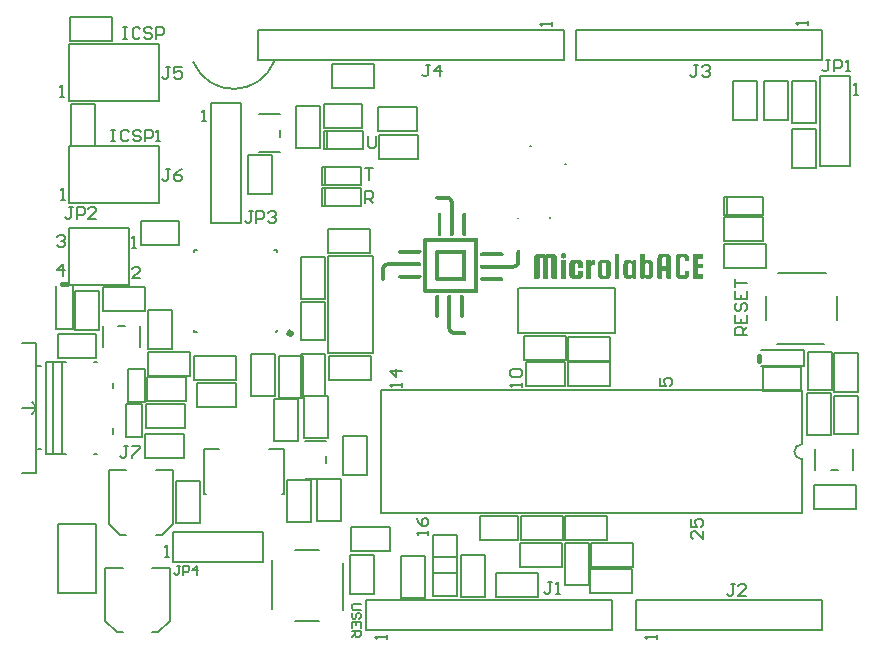
<source format=gto>
G04*
G04 #@! TF.GenerationSoftware,Altium Limited,Altium Designer,18.1.9 (240)*
G04*
G04 Layer_Color=65535*
%FSLAX44Y44*%
%MOMM*%
G71*
G01*
G75*
%ADD10C,0.2000*%
%ADD11C,0.5000*%
%ADD12C,0.4000*%
%ADD13C,0.1700*%
G36*
X349339Y365242D02*
Y364391D01*
Y363540D01*
Y362690D01*
Y361839D01*
Y360988D01*
Y360137D01*
Y359286D01*
Y358436D01*
Y357585D01*
Y356734D01*
Y355883D01*
Y355032D01*
Y354182D01*
Y353331D01*
Y352480D01*
Y351629D01*
Y350778D01*
Y349927D01*
Y349077D01*
Y348226D01*
Y347375D01*
Y346524D01*
X346786D01*
Y347375D01*
X345936D01*
Y348226D01*
Y349077D01*
Y349927D01*
Y350778D01*
Y351629D01*
Y352480D01*
Y353331D01*
Y354182D01*
Y355032D01*
Y355883D01*
Y356734D01*
Y357585D01*
Y358436D01*
Y359286D01*
Y360137D01*
Y360988D01*
Y361839D01*
Y362690D01*
Y363540D01*
Y364391D01*
Y365242D01*
X346786D01*
Y366093D01*
X349339D01*
Y365242D01*
D02*
G37*
G36*
X335726Y379706D02*
X336577D01*
Y378855D01*
X337427D01*
Y378004D01*
X338278D01*
Y377153D01*
Y376302D01*
X339129D01*
Y375452D01*
Y374601D01*
Y373750D01*
Y372899D01*
Y372048D01*
Y371198D01*
Y370347D01*
Y369496D01*
Y368645D01*
Y367794D01*
Y366944D01*
Y366093D01*
Y365242D01*
Y364391D01*
Y363540D01*
Y362690D01*
Y361839D01*
Y360988D01*
Y360137D01*
Y359286D01*
Y358436D01*
Y357585D01*
Y356734D01*
Y355883D01*
Y355032D01*
Y354182D01*
Y353331D01*
Y352480D01*
Y351629D01*
Y350778D01*
Y349927D01*
Y349077D01*
Y348226D01*
Y347375D01*
X338278D01*
Y346524D01*
X335726D01*
Y347375D01*
Y348226D01*
Y349077D01*
Y349927D01*
Y350778D01*
Y351629D01*
Y352480D01*
Y353331D01*
Y354182D01*
Y355032D01*
Y355883D01*
Y356734D01*
Y357585D01*
Y358436D01*
Y359286D01*
Y360137D01*
Y360988D01*
Y361839D01*
Y362690D01*
Y363540D01*
Y364391D01*
Y365242D01*
Y366093D01*
Y366944D01*
Y367794D01*
Y368645D01*
Y369496D01*
Y370347D01*
Y371198D01*
Y372048D01*
Y372899D01*
Y373750D01*
Y374601D01*
Y375452D01*
X334875D01*
Y376302D01*
Y377153D01*
X324665D01*
Y378004D01*
X322964D01*
Y378855D01*
Y379706D01*
X323815D01*
Y380556D01*
X335726D01*
Y379706D01*
D02*
G37*
G36*
X328069Y365242D02*
Y364391D01*
Y363540D01*
Y362690D01*
Y361839D01*
Y360988D01*
Y360137D01*
Y359286D01*
Y358436D01*
Y357585D01*
Y356734D01*
Y355883D01*
Y355032D01*
Y354182D01*
Y353331D01*
Y352480D01*
Y351629D01*
Y350778D01*
Y349927D01*
Y349077D01*
Y348226D01*
Y347375D01*
Y346524D01*
X325516D01*
Y347375D01*
Y348226D01*
Y349077D01*
Y349927D01*
Y350778D01*
Y351629D01*
Y352480D01*
Y353331D01*
Y354182D01*
Y355032D01*
Y355883D01*
Y356734D01*
Y357585D01*
Y358436D01*
Y359286D01*
Y360137D01*
Y360988D01*
Y361839D01*
Y362690D01*
Y363540D01*
Y364391D01*
Y365242D01*
Y366093D01*
X328069D01*
Y365242D01*
D02*
G37*
G36*
X311052Y333762D02*
X311903D01*
Y332911D01*
X311052D01*
Y332061D01*
X310201D01*
Y331210D01*
X292335D01*
Y332061D01*
X291484D01*
Y332911D01*
Y333762D01*
X292335D01*
Y334613D01*
X311052D01*
Y333762D01*
D02*
G37*
G36*
X424210Y330359D02*
X425061D01*
Y329508D01*
X425911D01*
Y328657D01*
Y327807D01*
Y326956D01*
Y326105D01*
Y325254D01*
Y324403D01*
Y323552D01*
Y322702D01*
Y321851D01*
Y321000D01*
Y320149D01*
Y319298D01*
Y318448D01*
Y317597D01*
Y316746D01*
Y315895D01*
Y315044D01*
Y314193D01*
Y313343D01*
Y312492D01*
Y311641D01*
Y310790D01*
Y309939D01*
X421657D01*
Y310790D01*
X420807D01*
Y311641D01*
Y312492D01*
Y313343D01*
Y314193D01*
Y315044D01*
Y315895D01*
Y316746D01*
Y317597D01*
Y318448D01*
Y319298D01*
Y320149D01*
Y321000D01*
Y321851D01*
Y322702D01*
Y323552D01*
Y324403D01*
Y325254D01*
Y326105D01*
Y326956D01*
Y327807D01*
X418254D01*
Y326956D01*
Y326105D01*
Y325254D01*
Y324403D01*
Y323552D01*
Y322702D01*
Y321851D01*
Y321000D01*
Y320149D01*
Y319298D01*
Y318448D01*
Y317597D01*
Y316746D01*
Y315895D01*
Y315044D01*
Y314193D01*
Y313343D01*
Y312492D01*
Y311641D01*
Y310790D01*
Y309939D01*
X414000D01*
Y310790D01*
Y311641D01*
Y312492D01*
Y313343D01*
Y314193D01*
Y315044D01*
Y315895D01*
Y316746D01*
Y317597D01*
Y318448D01*
Y319298D01*
Y320149D01*
Y321000D01*
Y321851D01*
Y322702D01*
Y323552D01*
Y324403D01*
Y325254D01*
Y326105D01*
Y326956D01*
Y327807D01*
X411448D01*
Y326956D01*
Y326105D01*
Y325254D01*
Y324403D01*
Y323552D01*
Y322702D01*
Y321851D01*
Y321000D01*
Y320149D01*
Y319298D01*
Y318448D01*
Y317597D01*
Y316746D01*
Y315895D01*
Y315044D01*
Y314193D01*
Y313343D01*
Y312492D01*
Y311641D01*
Y310790D01*
X410597D01*
Y309939D01*
X406343D01*
Y310790D01*
Y311641D01*
Y312492D01*
Y313343D01*
Y314193D01*
Y315044D01*
Y315895D01*
Y316746D01*
Y317597D01*
Y318448D01*
Y319298D01*
Y320149D01*
Y321000D01*
Y321851D01*
Y322702D01*
Y323552D01*
Y324403D01*
Y325254D01*
Y326105D01*
Y326956D01*
Y327807D01*
Y328657D01*
Y329508D01*
X407194D01*
Y330359D01*
X408044D01*
Y331210D01*
X415702D01*
Y330359D01*
X416553D01*
Y331210D01*
X424210D01*
Y330359D01*
D02*
G37*
G36*
X379968Y332061D02*
X380819D01*
Y331210D01*
X381669D01*
Y330359D01*
X380819D01*
Y329508D01*
X361250D01*
Y330359D01*
Y331210D01*
Y332061D01*
X362952D01*
Y332911D01*
X379968D01*
Y332061D01*
D02*
G37*
G36*
X432718Y331210D02*
X433569D01*
Y330359D01*
Y329508D01*
Y328657D01*
Y327807D01*
X431867D01*
Y326956D01*
X431016D01*
Y327807D01*
X429315D01*
Y328657D01*
Y329508D01*
Y330359D01*
Y331210D01*
X430165D01*
Y332061D01*
X432718D01*
Y331210D01*
D02*
G37*
G36*
X536516Y330359D02*
X537367D01*
Y329508D01*
X538218D01*
Y328657D01*
Y327807D01*
Y326956D01*
Y326105D01*
Y325254D01*
X534815D01*
Y326105D01*
Y326956D01*
Y327807D01*
X533964D01*
Y328657D01*
X531412D01*
Y327807D01*
X530561D01*
Y326956D01*
Y326105D01*
Y325254D01*
Y324403D01*
Y323552D01*
Y322702D01*
Y321851D01*
Y321000D01*
Y320149D01*
Y319298D01*
Y318448D01*
Y317597D01*
Y316746D01*
Y315895D01*
Y315044D01*
Y314193D01*
Y313343D01*
X534815D01*
Y314193D01*
Y315044D01*
Y315895D01*
Y316746D01*
X538218D01*
Y315895D01*
Y315044D01*
Y314193D01*
Y313343D01*
Y312492D01*
Y311641D01*
X537367D01*
Y310790D01*
X536516D01*
Y309939D01*
X528859D01*
Y310790D01*
X528008D01*
Y311641D01*
X527158D01*
Y312492D01*
Y313343D01*
Y314193D01*
Y315044D01*
Y315895D01*
Y316746D01*
Y317597D01*
Y318448D01*
Y319298D01*
Y320149D01*
Y321000D01*
Y321851D01*
Y322702D01*
Y323552D01*
Y324403D01*
Y325254D01*
Y326105D01*
Y326956D01*
Y327807D01*
Y328657D01*
Y329508D01*
Y330359D01*
X528008D01*
Y331210D01*
X536516D01*
Y330359D01*
D02*
G37*
G36*
X493125Y325254D02*
Y324403D01*
Y323552D01*
Y322702D01*
Y321851D01*
Y321000D01*
Y320149D01*
Y319298D01*
Y318448D01*
Y317597D01*
Y316746D01*
Y315895D01*
Y315044D01*
Y314193D01*
Y313343D01*
Y312492D01*
Y311641D01*
Y310790D01*
Y309939D01*
X490573D01*
Y310790D01*
X488871D01*
Y309939D01*
X484617D01*
Y310790D01*
X482915D01*
Y311641D01*
Y312492D01*
Y313343D01*
X482065D01*
Y314193D01*
Y315044D01*
Y315895D01*
Y316746D01*
Y317597D01*
Y318448D01*
Y319298D01*
Y320149D01*
Y321000D01*
Y321851D01*
Y322702D01*
X482915D01*
Y323552D01*
Y324403D01*
Y325254D01*
X483766D01*
Y326105D01*
X488871D01*
Y325254D01*
X490573D01*
Y326105D01*
X493125D01*
Y325254D01*
D02*
G37*
G36*
X458242D02*
Y324403D01*
Y323552D01*
Y322702D01*
Y321851D01*
X455690D01*
Y321000D01*
X454839D01*
Y320149D01*
Y319298D01*
Y318448D01*
Y317597D01*
Y316746D01*
Y315895D01*
Y315044D01*
Y314193D01*
Y313343D01*
Y312492D01*
Y311641D01*
Y310790D01*
Y309939D01*
X450585D01*
Y310790D01*
Y311641D01*
Y312492D01*
Y313343D01*
Y314193D01*
Y315044D01*
Y315895D01*
Y316746D01*
Y317597D01*
Y318448D01*
Y319298D01*
Y320149D01*
Y321000D01*
Y321851D01*
Y322702D01*
Y323552D01*
Y324403D01*
Y325254D01*
Y326105D01*
X454839D01*
Y325254D01*
X455690D01*
Y326105D01*
X458242D01*
Y325254D01*
D02*
G37*
G36*
X446331D02*
X447182D01*
Y324403D01*
X448032D01*
Y323552D01*
Y322702D01*
Y321851D01*
Y321000D01*
Y320149D01*
Y319298D01*
X443778D01*
Y320149D01*
Y321000D01*
Y321851D01*
Y322702D01*
X442928D01*
Y323552D01*
X442077D01*
Y322702D01*
X441226D01*
Y321851D01*
Y321000D01*
Y320149D01*
Y319298D01*
Y318448D01*
Y317597D01*
Y316746D01*
Y315895D01*
Y315044D01*
Y314193D01*
Y313343D01*
X443778D01*
Y314193D01*
Y315044D01*
Y315895D01*
Y316746D01*
X448032D01*
Y315895D01*
Y315044D01*
Y314193D01*
Y313343D01*
Y312492D01*
Y311641D01*
X447182D01*
Y310790D01*
X446331D01*
Y309939D01*
X438674D01*
Y310790D01*
X436972D01*
Y311641D01*
Y312492D01*
X436121D01*
Y313343D01*
Y314193D01*
Y315044D01*
Y315895D01*
Y316746D01*
Y317597D01*
Y318448D01*
Y319298D01*
Y320149D01*
Y321000D01*
Y321851D01*
Y322702D01*
Y323552D01*
X436972D01*
Y324403D01*
Y325254D01*
X437823D01*
Y326105D01*
X446331D01*
Y325254D01*
D02*
G37*
G36*
X395282Y333762D02*
Y332911D01*
Y332061D01*
Y331210D01*
Y330359D01*
Y329508D01*
Y328657D01*
Y327807D01*
Y326956D01*
Y326105D01*
Y325254D01*
Y324403D01*
Y323552D01*
Y322702D01*
Y321851D01*
X394431D01*
Y321000D01*
X393581D01*
Y320149D01*
X392730D01*
Y319298D01*
X390177D01*
Y318448D01*
X362101D01*
Y319298D01*
X361250D01*
Y320149D01*
Y321000D01*
Y321851D01*
X390177D01*
Y322702D01*
X391879D01*
Y323552D01*
Y324403D01*
Y325254D01*
Y326105D01*
Y326956D01*
Y327807D01*
Y328657D01*
Y329508D01*
Y330359D01*
Y331210D01*
Y332061D01*
Y332911D01*
X392730D01*
Y333762D01*
Y334613D01*
X395282D01*
Y333762D01*
D02*
G37*
G36*
X550129Y330359D02*
Y329508D01*
Y328657D01*
Y327807D01*
Y326956D01*
X545875D01*
Y326105D01*
Y325254D01*
Y324403D01*
Y323552D01*
Y322702D01*
X550129D01*
Y321851D01*
Y321000D01*
Y320149D01*
Y319298D01*
X545875D01*
Y318448D01*
Y317597D01*
Y316746D01*
Y315895D01*
Y315044D01*
Y314193D01*
X550129D01*
Y313343D01*
Y312492D01*
Y311641D01*
Y310790D01*
Y309939D01*
X541621D01*
Y310790D01*
Y311641D01*
Y312492D01*
Y313343D01*
Y314193D01*
Y315044D01*
Y315895D01*
Y316746D01*
Y317597D01*
Y318448D01*
Y319298D01*
Y320149D01*
Y321000D01*
Y321851D01*
Y322702D01*
Y323552D01*
Y324403D01*
Y325254D01*
Y326105D01*
Y326956D01*
Y327807D01*
Y328657D01*
Y329508D01*
Y330359D01*
Y331210D01*
X550129D01*
Y330359D01*
D02*
G37*
G36*
X521202D02*
X522053D01*
Y329508D01*
X522903D01*
Y328657D01*
Y327807D01*
Y326956D01*
Y326105D01*
Y325254D01*
Y324403D01*
Y323552D01*
Y322702D01*
Y321851D01*
Y321000D01*
Y320149D01*
Y319298D01*
Y318448D01*
Y317597D01*
Y316746D01*
Y315895D01*
Y315044D01*
Y314193D01*
Y313343D01*
Y312492D01*
Y311641D01*
Y310790D01*
Y309939D01*
X519500D01*
Y310790D01*
X518649D01*
Y311641D01*
Y312492D01*
Y313343D01*
Y314193D01*
Y315044D01*
Y315895D01*
Y316746D01*
X515246D01*
Y315895D01*
Y315044D01*
Y314193D01*
Y313343D01*
Y312492D01*
Y311641D01*
Y310790D01*
Y309939D01*
X511843D01*
Y310790D01*
X510992D01*
Y311641D01*
Y312492D01*
Y313343D01*
Y314193D01*
Y315044D01*
Y315895D01*
Y316746D01*
Y317597D01*
Y318448D01*
Y319298D01*
Y320149D01*
Y321000D01*
Y321851D01*
Y322702D01*
Y323552D01*
Y324403D01*
Y325254D01*
Y326105D01*
Y326956D01*
Y327807D01*
X511843D01*
Y328657D01*
Y329508D01*
Y330359D01*
X512694D01*
Y331210D01*
X521202D01*
Y330359D01*
D02*
G37*
G36*
X500782D02*
Y329508D01*
Y328657D01*
Y327807D01*
Y326956D01*
Y326105D01*
X505887D01*
Y325254D01*
X506738D01*
Y324403D01*
X507589D01*
Y323552D01*
Y322702D01*
Y321851D01*
Y321000D01*
Y320149D01*
Y319298D01*
Y318448D01*
Y317597D01*
Y316746D01*
Y315895D01*
Y315044D01*
Y314193D01*
Y313343D01*
Y312492D01*
Y311641D01*
X506738D01*
Y310790D01*
X505887D01*
Y309939D01*
X501633D01*
Y310790D01*
X499932D01*
Y309939D01*
X497379D01*
Y310790D01*
X496528D01*
Y311641D01*
Y312492D01*
Y313343D01*
Y314193D01*
Y315044D01*
Y315895D01*
Y316746D01*
Y317597D01*
Y318448D01*
Y319298D01*
Y320149D01*
Y321000D01*
Y321851D01*
Y322702D01*
Y323552D01*
Y324403D01*
Y325254D01*
Y326105D01*
Y326956D01*
Y327807D01*
Y328657D01*
Y329508D01*
Y330359D01*
Y331210D01*
X500782D01*
Y330359D01*
D02*
G37*
G36*
X478661D02*
Y329508D01*
Y328657D01*
Y327807D01*
Y326956D01*
Y326105D01*
Y325254D01*
Y324403D01*
Y323552D01*
Y322702D01*
Y321851D01*
Y321000D01*
Y320149D01*
Y319298D01*
Y318448D01*
Y317597D01*
Y316746D01*
Y315895D01*
Y315044D01*
Y314193D01*
Y313343D01*
Y312492D01*
Y311641D01*
Y310790D01*
Y309939D01*
X475258D01*
Y310790D01*
Y311641D01*
Y312492D01*
Y313343D01*
Y314193D01*
Y315044D01*
Y315895D01*
Y316746D01*
Y317597D01*
Y318448D01*
Y319298D01*
Y320149D01*
Y321000D01*
Y321851D01*
Y322702D01*
Y323552D01*
Y324403D01*
Y325254D01*
Y326105D01*
Y326956D01*
Y327807D01*
Y328657D01*
Y329508D01*
Y330359D01*
Y331210D01*
X478661D01*
Y330359D01*
D02*
G37*
G36*
X470153Y325254D02*
X471004D01*
Y324403D01*
X471855D01*
Y323552D01*
Y322702D01*
Y321851D01*
Y321000D01*
Y320149D01*
Y319298D01*
Y318448D01*
Y317597D01*
Y316746D01*
Y315895D01*
Y315044D01*
Y314193D01*
Y313343D01*
Y312492D01*
X471004D01*
Y311641D01*
Y310790D01*
X470153D01*
Y309939D01*
X462496D01*
Y310790D01*
X461645D01*
Y311641D01*
X460794D01*
Y312492D01*
Y313343D01*
Y314193D01*
Y315044D01*
Y315895D01*
Y316746D01*
Y317597D01*
Y318448D01*
Y319298D01*
Y320149D01*
Y321000D01*
Y321851D01*
Y322702D01*
Y323552D01*
Y324403D01*
X461645D01*
Y325254D01*
X462496D01*
Y326105D01*
X470153D01*
Y325254D01*
D02*
G37*
G36*
X433569D02*
Y324403D01*
Y323552D01*
Y322702D01*
Y321851D01*
Y321000D01*
Y320149D01*
Y319298D01*
Y318448D01*
Y317597D01*
Y316746D01*
Y315895D01*
Y315044D01*
Y314193D01*
Y313343D01*
Y312492D01*
Y311641D01*
Y310790D01*
Y309939D01*
X429315D01*
Y310790D01*
Y311641D01*
Y312492D01*
Y313343D01*
Y314193D01*
Y315044D01*
Y315895D01*
Y316746D01*
Y317597D01*
Y318448D01*
Y319298D01*
Y320149D01*
Y321000D01*
Y321851D01*
Y322702D01*
Y323552D01*
Y324403D01*
Y325254D01*
Y326105D01*
X433569D01*
Y325254D01*
D02*
G37*
G36*
X311052Y312492D02*
X311903D01*
Y311641D01*
X311052D01*
Y310790D01*
X310201D01*
Y309939D01*
X293185D01*
Y310790D01*
X291484D01*
Y311641D01*
Y312492D01*
X292335D01*
Y313343D01*
X311052D01*
Y312492D01*
D02*
G37*
G36*
X379968Y310790D02*
X380819D01*
Y309939D01*
Y309089D01*
Y308238D01*
X362101D01*
Y309089D01*
X361250D01*
Y309939D01*
Y310790D01*
X362101D01*
Y311641D01*
X379968D01*
Y310790D01*
D02*
G37*
G36*
X310201Y323552D02*
X311052D01*
Y322702D01*
Y321851D01*
Y321000D01*
X282125D01*
Y320149D01*
X281274D01*
Y319298D01*
X280423D01*
Y318448D01*
Y317597D01*
Y316746D01*
Y315895D01*
Y315044D01*
Y314193D01*
Y313343D01*
Y312492D01*
Y311641D01*
Y310790D01*
Y309939D01*
Y309089D01*
X279573D01*
Y308238D01*
X277871D01*
Y309089D01*
X277020D01*
Y309939D01*
Y310790D01*
Y311641D01*
Y312492D01*
Y313343D01*
Y314193D01*
Y315044D01*
Y315895D01*
Y316746D01*
Y317597D01*
Y318448D01*
Y319298D01*
Y320149D01*
X277871D01*
Y321000D01*
Y321851D01*
X278722D01*
Y322702D01*
X279573D01*
Y323552D01*
X282125D01*
Y324403D01*
X310201D01*
Y323552D01*
D02*
G37*
G36*
X359548Y343972D02*
Y343121D01*
Y342270D01*
Y341419D01*
Y340569D01*
Y339718D01*
Y338867D01*
Y338016D01*
Y337165D01*
Y336315D01*
Y335464D01*
Y334613D01*
Y333762D01*
Y332911D01*
Y332061D01*
Y331210D01*
Y330359D01*
Y329508D01*
Y328657D01*
Y327807D01*
Y326956D01*
Y326105D01*
Y325254D01*
Y324403D01*
Y323552D01*
Y322702D01*
Y321851D01*
Y321000D01*
Y320149D01*
Y319298D01*
Y318448D01*
Y317597D01*
Y316746D01*
Y315895D01*
Y315044D01*
Y314193D01*
Y313343D01*
Y312492D01*
Y311641D01*
Y310790D01*
Y309939D01*
Y309089D01*
Y308238D01*
Y307387D01*
Y306536D01*
Y305685D01*
Y304835D01*
Y303984D01*
Y303133D01*
Y302282D01*
Y301431D01*
Y300581D01*
Y299730D01*
Y298879D01*
Y298028D01*
X313605D01*
Y298879D01*
X312754D01*
Y299730D01*
Y300581D01*
Y301431D01*
Y302282D01*
Y303133D01*
Y303984D01*
Y304835D01*
Y305685D01*
Y306536D01*
Y307387D01*
Y308238D01*
Y309089D01*
Y309939D01*
Y310790D01*
Y311641D01*
Y312492D01*
Y313343D01*
Y314193D01*
Y315044D01*
Y315895D01*
Y316746D01*
Y317597D01*
Y318448D01*
Y319298D01*
Y320149D01*
Y321000D01*
Y321851D01*
Y322702D01*
Y323552D01*
Y324403D01*
Y325254D01*
Y326105D01*
Y326956D01*
Y327807D01*
Y328657D01*
Y329508D01*
Y330359D01*
Y331210D01*
Y332061D01*
Y332911D01*
Y333762D01*
Y334613D01*
Y335464D01*
Y336315D01*
Y337165D01*
Y338016D01*
Y338867D01*
Y339718D01*
Y340569D01*
Y341419D01*
Y342270D01*
Y343121D01*
Y343972D01*
X313605D01*
Y344823D01*
X359548D01*
Y343972D01*
D02*
G37*
G36*
X346786Y295476D02*
X347637D01*
Y294625D01*
Y293774D01*
Y292923D01*
Y292073D01*
Y291222D01*
Y290371D01*
Y289520D01*
Y288669D01*
Y287819D01*
Y286968D01*
Y286117D01*
Y285266D01*
Y284415D01*
Y283564D01*
Y282714D01*
Y281863D01*
Y281012D01*
Y280161D01*
Y279310D01*
Y278460D01*
Y277609D01*
X346786D01*
Y276758D01*
X345085D01*
Y277609D01*
X344234D01*
Y278460D01*
Y279310D01*
Y280161D01*
Y281012D01*
Y281863D01*
Y282714D01*
Y283564D01*
Y284415D01*
Y285266D01*
Y286117D01*
Y286968D01*
Y287819D01*
Y288669D01*
Y289520D01*
Y290371D01*
Y291222D01*
Y292073D01*
Y292923D01*
Y293774D01*
Y294625D01*
Y295476D01*
Y296327D01*
X346786D01*
Y295476D01*
D02*
G37*
G36*
X326367D02*
Y294625D01*
Y293774D01*
Y292923D01*
Y292073D01*
Y291222D01*
Y290371D01*
Y289520D01*
Y288669D01*
Y287819D01*
Y286968D01*
Y286117D01*
Y285266D01*
Y284415D01*
Y283564D01*
Y282714D01*
Y281863D01*
Y281012D01*
Y280161D01*
Y279310D01*
Y278460D01*
Y277609D01*
X325516D01*
Y276758D01*
X323815D01*
Y277609D01*
X322964D01*
Y278460D01*
Y279310D01*
Y280161D01*
Y281012D01*
Y281863D01*
Y282714D01*
Y283564D01*
Y284415D01*
Y285266D01*
Y286117D01*
Y286968D01*
Y287819D01*
Y288669D01*
Y289520D01*
Y290371D01*
Y291222D01*
Y292073D01*
Y292923D01*
Y293774D01*
Y294625D01*
Y295476D01*
X323815D01*
Y296327D01*
X326367D01*
Y295476D01*
D02*
G37*
G36*
X336577D02*
Y294625D01*
Y293774D01*
Y292923D01*
Y292073D01*
Y291222D01*
Y290371D01*
Y289520D01*
Y288669D01*
Y287819D01*
Y286968D01*
Y286117D01*
Y285266D01*
Y284415D01*
Y283564D01*
Y282714D01*
Y281863D01*
Y281012D01*
Y280161D01*
Y279310D01*
Y278460D01*
Y277609D01*
Y276758D01*
Y275907D01*
Y275056D01*
Y274206D01*
Y273355D01*
Y272504D01*
Y271653D01*
Y270802D01*
Y269951D01*
Y269101D01*
Y268250D01*
Y267399D01*
X337427D01*
Y266548D01*
X338278D01*
Y265697D01*
X348488D01*
Y264847D01*
X349339D01*
Y263996D01*
Y263145D01*
Y262294D01*
X337427D01*
Y263145D01*
X335726D01*
Y263996D01*
X334875D01*
Y264847D01*
X334024D01*
Y265697D01*
Y266548D01*
Y267399D01*
X333173D01*
Y268250D01*
Y269101D01*
Y269951D01*
Y270802D01*
Y271653D01*
Y272504D01*
Y273355D01*
Y274206D01*
Y275056D01*
Y275907D01*
Y276758D01*
Y277609D01*
Y278460D01*
Y279310D01*
Y280161D01*
Y281012D01*
Y281863D01*
Y282714D01*
Y283564D01*
Y284415D01*
Y285266D01*
Y286117D01*
Y286968D01*
Y287819D01*
Y288669D01*
Y289520D01*
Y290371D01*
Y291222D01*
Y292073D01*
Y292923D01*
Y293774D01*
Y294625D01*
Y295476D01*
X334024D01*
Y296327D01*
X336577D01*
Y295476D01*
D02*
G37*
%LPC*%
G36*
X488871Y323552D02*
X487169D01*
Y322702D01*
X486319D01*
Y321851D01*
Y321000D01*
Y320149D01*
Y319298D01*
Y318448D01*
Y317597D01*
Y316746D01*
Y315895D01*
Y315044D01*
Y314193D01*
Y313343D01*
X489722D01*
Y314193D01*
Y315044D01*
Y315895D01*
Y316746D01*
Y317597D01*
Y318448D01*
Y319298D01*
Y320149D01*
Y321000D01*
Y321851D01*
Y322702D01*
X488871D01*
Y323552D01*
D02*
G37*
G36*
X518649Y328657D02*
X516097D01*
Y327807D01*
X515246D01*
Y326956D01*
Y326105D01*
Y325254D01*
Y324403D01*
Y323552D01*
Y322702D01*
Y321851D01*
Y321000D01*
X518649D01*
Y321851D01*
Y322702D01*
Y323552D01*
Y324403D01*
Y325254D01*
Y326105D01*
Y326956D01*
Y327807D01*
Y328657D01*
D02*
G37*
G36*
X503335Y323552D02*
X501633D01*
Y322702D01*
X500782D01*
Y321851D01*
Y321000D01*
Y320149D01*
Y319298D01*
Y318448D01*
Y317597D01*
Y316746D01*
Y315895D01*
Y315044D01*
Y314193D01*
Y313343D01*
X504186D01*
Y314193D01*
Y315044D01*
Y315895D01*
Y316746D01*
Y317597D01*
Y318448D01*
Y319298D01*
Y320149D01*
Y321000D01*
Y321851D01*
Y322702D01*
X503335D01*
Y323552D01*
D02*
G37*
G36*
X467601D02*
X464198D01*
Y322702D01*
Y321851D01*
Y321000D01*
Y320149D01*
Y319298D01*
Y318448D01*
Y317597D01*
Y316746D01*
Y315895D01*
Y315044D01*
Y314193D01*
Y313343D01*
X465048D01*
Y312492D01*
X467601D01*
Y313343D01*
Y314193D01*
Y315044D01*
Y315895D01*
Y316746D01*
Y317597D01*
Y318448D01*
Y319298D01*
Y320149D01*
Y321000D01*
Y321851D01*
Y322702D01*
Y323552D01*
D02*
G37*
G36*
X356145Y341419D02*
X316157D01*
Y340569D01*
Y339718D01*
Y338867D01*
Y338016D01*
Y337165D01*
Y336315D01*
Y335464D01*
Y334613D01*
Y333762D01*
Y332911D01*
Y332061D01*
Y331210D01*
Y330359D01*
Y329508D01*
Y328657D01*
Y327807D01*
Y326956D01*
Y326105D01*
Y325254D01*
Y324403D01*
Y323552D01*
Y322702D01*
Y321851D01*
Y321000D01*
Y320149D01*
Y319298D01*
Y318448D01*
Y317597D01*
Y316746D01*
Y315895D01*
Y315044D01*
Y314193D01*
Y313343D01*
Y312492D01*
Y311641D01*
Y310790D01*
Y309939D01*
Y309089D01*
Y308238D01*
Y307387D01*
Y306536D01*
Y305685D01*
Y304835D01*
Y303984D01*
Y303133D01*
Y302282D01*
Y301431D01*
X356145D01*
Y302282D01*
Y303133D01*
Y303984D01*
Y304835D01*
Y305685D01*
Y306536D01*
Y307387D01*
Y308238D01*
Y309089D01*
Y309939D01*
Y310790D01*
Y311641D01*
Y312492D01*
Y313343D01*
Y314193D01*
Y315044D01*
Y315895D01*
Y316746D01*
Y317597D01*
Y318448D01*
Y319298D01*
Y320149D01*
Y321000D01*
Y321851D01*
Y322702D01*
Y323552D01*
Y324403D01*
Y325254D01*
Y326105D01*
Y326956D01*
Y327807D01*
Y328657D01*
Y329508D01*
Y330359D01*
Y331210D01*
Y332061D01*
Y332911D01*
Y333762D01*
Y334613D01*
Y335464D01*
Y336315D01*
Y337165D01*
Y338016D01*
Y338867D01*
Y339718D01*
Y340569D01*
Y341419D01*
D02*
G37*
%LPD*%
G36*
X349339Y333762D02*
Y332911D01*
Y332061D01*
Y331210D01*
Y330359D01*
Y329508D01*
Y328657D01*
Y327807D01*
Y326956D01*
Y326105D01*
Y325254D01*
Y324403D01*
Y323552D01*
Y322702D01*
Y321851D01*
Y321000D01*
Y320149D01*
Y319298D01*
Y318448D01*
Y317597D01*
Y316746D01*
Y315895D01*
Y315044D01*
Y314193D01*
Y313343D01*
Y312492D01*
Y311641D01*
Y310790D01*
Y309939D01*
Y309089D01*
Y308238D01*
X323815D01*
Y309089D01*
X322964D01*
Y309939D01*
Y310790D01*
Y311641D01*
Y312492D01*
Y313343D01*
Y314193D01*
Y315044D01*
Y315895D01*
Y316746D01*
Y317597D01*
Y318448D01*
Y319298D01*
Y320149D01*
Y321000D01*
Y321851D01*
Y322702D01*
Y323552D01*
Y324403D01*
Y325254D01*
Y326105D01*
Y326956D01*
Y327807D01*
Y328657D01*
Y329508D01*
Y330359D01*
Y331210D01*
Y332061D01*
Y332911D01*
Y333762D01*
X323815D01*
Y334613D01*
X349339D01*
Y333762D01*
D02*
G37*
%LPC*%
G36*
X345936Y331210D02*
X326367D01*
Y330359D01*
Y329508D01*
Y328657D01*
Y327807D01*
Y326956D01*
Y326105D01*
Y325254D01*
Y324403D01*
Y323552D01*
Y322702D01*
Y321851D01*
Y321000D01*
Y320149D01*
Y319298D01*
Y318448D01*
Y317597D01*
Y316746D01*
Y315895D01*
Y315044D01*
Y314193D01*
Y313343D01*
Y312492D01*
Y311641D01*
X345936D01*
Y312492D01*
Y313343D01*
Y314193D01*
Y315044D01*
Y315895D01*
Y316746D01*
Y317597D01*
Y318448D01*
Y319298D01*
Y320149D01*
Y321000D01*
Y321851D01*
Y322702D01*
Y323552D01*
Y324403D01*
Y325254D01*
Y326105D01*
Y326956D01*
Y327807D01*
Y328657D01*
Y329508D01*
Y330359D01*
Y331210D01*
D02*
G37*
%LPD*%
D10*
X118305Y493629D02*
G03*
X186767Y494291I34095J14371D01*
G01*
X633550Y170180D02*
G03*
X633550Y157480I0J-6350D01*
G01*
X-18630Y196000D02*
X-14630Y200000D01*
Y201000D01*
Y202000D01*
X-18630Y206000D02*
X-14630Y202000D01*
X-18630Y206000D02*
X-14630Y202000D01*
Y201000D02*
Y202000D01*
X-26630Y201000D02*
X-14630D01*
X-13630Y166000D02*
X-10630D01*
X-14630Y236000D02*
X-10630D01*
X-26630Y146000D02*
X-14630D01*
X-26630Y256000D02*
X-14630D01*
Y146000D02*
Y256000D01*
X7370Y162000D02*
Y240000D01*
X-630Y162000D02*
Y240000D01*
X-6630Y162000D02*
X10370D01*
X-6630D02*
Y240000D01*
X10370D01*
X50370Y179000D02*
Y184000D01*
Y218000D02*
Y222000D01*
X34370Y162000D02*
X36370D01*
X34370Y240000D02*
X36370D01*
X182420Y414760D02*
X185160D01*
X164840Y381990D02*
X175000D01*
X164840D02*
Y414760D01*
X182420D01*
X185160Y381990D02*
Y414760D01*
X175000Y381990D02*
X185160D01*
X274740Y435090D02*
Y445250D01*
Y435090D02*
X307510D01*
Y437830D02*
Y455410D01*
X274740D02*
X307510D01*
X274740Y445250D02*
Y455410D01*
X307510Y435090D02*
Y437830D01*
X308510Y411840D02*
Y414580D01*
X275740Y422000D02*
Y432160D01*
X308510D01*
Y414580D02*
Y432160D01*
X275740Y411840D02*
X308510D01*
X275740D02*
Y422000D01*
X106510Y349000D02*
Y359160D01*
X73740D02*
X106510D01*
X73740Y338840D02*
Y356420D01*
Y338840D02*
X106510D01*
Y349000D01*
X73740Y356420D02*
Y359160D01*
X112260Y206840D02*
Y209580D01*
X79490Y217000D02*
Y227160D01*
X112260D01*
Y209580D02*
Y227160D01*
X79490Y206840D02*
X112260D01*
X79490D02*
Y217000D01*
X78490Y183840D02*
Y194000D01*
Y183840D02*
X111260D01*
Y186580D02*
Y204160D01*
X78490D02*
X111260D01*
X78490Y194000D02*
Y204160D01*
X111260Y183840D02*
Y186580D01*
X110260Y158840D02*
Y161580D01*
X77490Y169000D02*
Y179160D01*
X110260D01*
Y161580D02*
Y179160D01*
X77490Y158840D02*
X110260D01*
X77490D02*
Y169000D01*
X220000Y257990D02*
X230160D01*
Y290760D01*
X209840D02*
X227420D01*
X209840Y257990D02*
Y290760D01*
Y257990D02*
X220000D01*
X227420Y290760D02*
X230160D01*
X619420Y477260D02*
X622160D01*
X601840Y444490D02*
X612000D01*
X601840D02*
Y477260D01*
X619420D01*
X622160Y444490D02*
Y477260D01*
X612000Y444490D02*
X622160D01*
X585000D02*
X595160D01*
Y477260D01*
X574840D02*
X592420D01*
X574840Y444490D02*
Y477260D01*
Y444490D02*
X585000D01*
X592420Y477260D02*
X595160D01*
X642420Y436860D02*
X645160D01*
X624840Y404090D02*
X635000D01*
X624840D02*
Y436860D01*
X642420D01*
X645160Y404090D02*
Y436860D01*
X635000Y404090D02*
X645160D01*
X393510Y99000D02*
Y109160D01*
X360740D02*
X393510D01*
X360740Y88840D02*
Y106420D01*
Y88840D02*
X393510D01*
Y99000D01*
X360740Y106420D02*
Y109160D01*
X228740Y455420D02*
Y458160D01*
X261510Y437840D02*
Y448000D01*
X228740Y437840D02*
X261510D01*
X228740D02*
Y455420D01*
Y458160D02*
X261510D01*
Y448000D02*
Y458160D01*
X433010Y230000D02*
Y240160D01*
X400240D02*
X433010D01*
X400240Y219840D02*
Y237420D01*
Y219840D02*
X433010D01*
Y230000D01*
X400240Y237420D02*
Y240160D01*
X567740Y359420D02*
Y362160D01*
X600510Y341840D02*
Y352000D01*
X567740Y341840D02*
X600510D01*
X567740D02*
Y359420D01*
Y362160D02*
X600510D01*
Y352000D02*
Y362160D01*
X255000Y144490D02*
X265160D01*
Y177260D01*
X244840D02*
X262420D01*
X244840Y144490D02*
Y177260D01*
Y144490D02*
X255000D01*
X262420Y177260D02*
X265160D01*
X36260Y242840D02*
Y245580D01*
X3490Y253000D02*
Y263160D01*
X36260D01*
Y245580D02*
Y263160D01*
X3490Y242840D02*
X36260D01*
X3490D02*
Y253000D01*
X638599Y248510D02*
X648759D01*
X638599Y215740D02*
Y248510D01*
X641339Y215740D02*
X658919D01*
Y248510D01*
X648759D02*
X658919D01*
X638599Y215740D02*
X641339D01*
X251740Y97420D02*
Y100160D01*
X284510Y79840D02*
Y90000D01*
X251740Y79840D02*
X284510D01*
X251740D02*
Y97420D01*
Y100160D02*
X284510D01*
Y90000D02*
Y100160D01*
X121490Y201840D02*
Y212000D01*
Y201840D02*
X154260D01*
Y204580D02*
Y222160D01*
X121490D02*
X154260D01*
X121490Y212000D02*
Y222160D01*
X154260Y201840D02*
Y204580D01*
X320840Y60740D02*
X323580D01*
X331000Y93510D02*
X341160D01*
Y60740D02*
Y93510D01*
X323580Y60740D02*
X341160D01*
X320840D02*
Y93510D01*
X331000D01*
X320840Y74510D02*
X331000D01*
X320840Y41740D02*
Y74510D01*
X323580Y41740D02*
X341160D01*
Y74510D01*
X331000D02*
X341160D01*
X320840Y41740D02*
X323580D01*
X79840Y250740D02*
X82580D01*
X90000Y283510D02*
X100160D01*
Y250740D02*
Y283510D01*
X82580Y250740D02*
X100160D01*
X79840D02*
Y283510D01*
X90000D01*
X600240Y215590D02*
Y225750D01*
Y215590D02*
X633010D01*
Y218330D02*
Y235910D01*
X600240D02*
X633010D01*
X600240Y225750D02*
Y235910D01*
X633010Y215590D02*
Y218330D01*
X678420Y211260D02*
X681160D01*
X660840Y178490D02*
X671000D01*
X660840D02*
Y211260D01*
X678420D01*
X681160Y178490D02*
Y211260D01*
X671000Y178490D02*
X681160D01*
X28000Y267000D02*
X38160D01*
Y299770D01*
X17840D02*
X35420D01*
X17840Y267000D02*
Y299770D01*
Y267000D02*
X28000D01*
X35420Y299770D02*
X38160D01*
X660340Y214740D02*
X663080D01*
X670500Y247510D02*
X680660D01*
Y214740D02*
Y247510D01*
X663080Y214740D02*
X680660D01*
X660340D02*
Y247510D01*
X670500D01*
X250840Y76010D02*
X261000D01*
X250840Y43240D02*
Y76010D01*
X253580Y43240D02*
X271160D01*
Y76010D01*
X261000D02*
X271160D01*
X250840Y43240D02*
X253580D01*
X2000Y267722D02*
Y303279D01*
X16000Y267722D02*
Y304279D01*
X5500Y267722D02*
X12500D01*
X2000Y303279D02*
Y304279D01*
Y267722D02*
X5500D01*
X12500D02*
X16000D01*
X635279Y246500D02*
Y250000D01*
Y236000D02*
Y239500D01*
X598722Y236000D02*
X599721D01*
X635279Y239500D02*
Y246500D01*
X598722Y250000D02*
X635279D01*
X599721Y236000D02*
X635279D01*
X612250Y255000D02*
X652250D01*
X623509Y314950D02*
X644009D01*
X603250Y275000D02*
Y296000D01*
X663250Y275000D02*
Y296000D01*
X613259Y314950D02*
X623509D01*
X644009D02*
X654259D01*
X185050Y61639D02*
Y71889D01*
Y30889D02*
Y41139D01*
X204000Y80880D02*
X225000D01*
X204000Y20880D02*
X225000D01*
X185050Y41139D02*
Y61639D01*
X245000Y29880D02*
Y69880D01*
X403500Y423000D02*
X404000Y422500D01*
X393500Y362010D02*
X393510Y362000D01*
X420500D02*
X420750Y362250D01*
X229760Y371880D02*
X260240D01*
Y387120D01*
X229760D02*
X260240D01*
X229760Y371880D02*
Y387120D01*
X227220Y371880D02*
Y387120D01*
X229760D01*
X227220Y371880D02*
X229760D01*
X231760Y420380D02*
X262240D01*
Y435620D01*
X231760D02*
X262240D01*
X231760Y420380D02*
Y435620D01*
X229220Y420380D02*
Y435620D01*
X231760D01*
X229220Y420380D02*
X231760D01*
X271120Y471840D02*
Y492160D01*
X235560Y471840D02*
X271120D01*
X235560D02*
Y492160D01*
X271120D01*
X49620Y511840D02*
Y532160D01*
X14060Y511840D02*
X49620D01*
X14060D02*
Y532160D01*
X49620D01*
X173500Y449500D02*
X191500D01*
X173500Y417500D02*
X191500D01*
Y430500D02*
Y436500D01*
X204840Y420880D02*
X225160D01*
X204840D02*
Y456440D01*
X225160D01*
Y420880D02*
Y456440D01*
X229760Y390040D02*
X260240D01*
Y405280D01*
X229760D02*
X260240D01*
X229760Y390040D02*
Y405280D01*
X227220Y390040D02*
Y405280D01*
X229760D01*
X227220Y390040D02*
X229760D01*
X433250Y407500D02*
X433440Y407310D01*
X177700Y70300D02*
Y95700D01*
X101500Y70300D02*
X177700D01*
X101500Y95700D02*
X177700D01*
X101500Y70300D02*
Y95700D01*
X133300Y357100D02*
Y458700D01*
X158700Y357100D02*
Y458700D01*
X133300D02*
X158700D01*
X133300Y357100D02*
X158700D01*
X12700Y305170D02*
Y319775D01*
Y343905D02*
Y353430D01*
X12698Y305170D02*
X63500D01*
X12700Y319775D02*
Y343905D01*
X12698Y353430D02*
X63500D01*
Y305170D02*
Y353430D01*
X649300Y481700D02*
X674700D01*
Y405500D02*
Y481700D01*
X649300Y405500D02*
Y481700D01*
Y405500D02*
X674700D01*
X12700Y422910D02*
X88900D01*
Y374650D02*
Y422910D01*
X12700Y374650D02*
X88900D01*
X12700D02*
Y422910D01*
Y509270D02*
X88900D01*
Y461010D02*
Y509270D01*
X12700Y461010D02*
X88900D01*
X12700D02*
Y509270D01*
X200660Y520700D02*
X431800D01*
X172720D02*
X200660D01*
X172720Y495300D02*
Y520700D01*
Y495300D02*
X431800D01*
Y520700D01*
X441960Y495300D02*
Y520700D01*
X650240Y495300D02*
Y520700D01*
X441960Y495300D02*
X650240D01*
X441960Y520700D02*
X650240D01*
Y12700D02*
Y38100D01*
X492760Y12700D02*
Y38100D01*
X650240D01*
X492760Y12700D02*
X650240D01*
X472440D02*
Y38100D01*
X264160Y12700D02*
Y38100D01*
X472440D01*
X264160Y12700D02*
X472440D01*
X393000Y264000D02*
Y273500D01*
Y292500D02*
Y302000D01*
X475000Y264000D02*
Y302000D01*
X394000Y264000D02*
X475000D01*
X393000Y273500D02*
Y292500D01*
X394000Y302000D02*
X475000D01*
X127000Y128000D02*
Y166000D01*
X140000D01*
X182000D02*
X195000D01*
Y128000D02*
Y166000D01*
X193000Y128000D02*
X195000D01*
X127000D02*
X129000D01*
X270000Y247500D02*
Y328500D01*
X241500Y329500D02*
X260500D01*
X232000Y247500D02*
Y328500D01*
Y247500D02*
X270000D01*
X260500Y329500D02*
X270000D01*
X232000D02*
X241500D01*
X633550Y170180D02*
Y215830D01*
Y111830D02*
Y157480D01*
X277550Y111830D02*
X633550D01*
X277550Y215830D02*
X633550D01*
X277550Y111830D02*
Y215830D01*
X41500Y252500D02*
Y270500D01*
X73500Y252500D02*
Y270500D01*
X54500D02*
X60500D01*
X677000Y148000D02*
Y166000D01*
X645000Y148000D02*
Y166000D01*
X658000Y148000D02*
X664000D01*
X213000Y173000D02*
X231000D01*
X213000Y141000D02*
X231000D01*
Y154000D02*
Y160000D01*
X91500Y93000D02*
X101500Y103000D01*
X86500Y93000D02*
X91500D01*
X46500Y103000D02*
X56500Y93000D01*
X61500D01*
X101500Y103000D02*
Y148000D01*
X86500D02*
X101500D01*
X46500D02*
X61500D01*
X46500Y103000D02*
Y148000D01*
X88500Y10750D02*
X98500Y20750D01*
X83500Y10750D02*
X88500D01*
X43500Y20750D02*
X53500Y10750D01*
X58500D01*
X98500Y20750D02*
Y65750D01*
X83500D02*
X98500D01*
X43500D02*
X58500D01*
X43500Y20750D02*
Y65750D01*
X3750Y102500D02*
X35750D01*
Y44500D02*
Y102500D01*
X3750Y44500D02*
X35750D01*
X3750D02*
Y102500D01*
X567220Y364380D02*
X569760D01*
X567220Y379620D02*
X569760D01*
X567220Y364380D02*
Y379620D01*
X569760Y364380D02*
Y379620D01*
X600240D01*
Y364380D02*
Y379620D01*
X569760Y364380D02*
X600240D01*
X189000Y333000D02*
Y335000D01*
Y333000D02*
Y335000D01*
X187000D02*
X189000D01*
X119000Y333000D02*
Y335000D01*
X121000D01*
X119000D02*
X121000D01*
X119000Y265000D02*
X121000D01*
X119000D02*
Y267000D01*
Y265000D02*
Y267000D01*
X188000Y265000D02*
X190000Y267000D01*
X63000Y206000D02*
Y234000D01*
Y206000D02*
X77000D01*
Y234000D01*
X63000D02*
X77000D01*
X75000Y176000D02*
Y204000D01*
X61000D02*
X75000D01*
X61000Y176000D02*
Y204000D01*
Y176000D02*
X75000D01*
X209840Y210560D02*
Y246120D01*
Y210560D02*
X230160D01*
Y246120D01*
X209840D02*
X230160D01*
X191000Y209560D02*
Y245120D01*
Y209560D02*
X211320D01*
Y245120D01*
X191000D02*
X211320D01*
X230160Y292880D02*
Y328440D01*
X209840D02*
X230160D01*
X209840Y292880D02*
Y328440D01*
Y292880D02*
X230160D01*
X166840Y210560D02*
Y246120D01*
Y210560D02*
X187160D01*
Y246120D01*
X166840D02*
X187160D01*
X118560Y245160D02*
X154120D01*
X118560Y224840D02*
Y245160D01*
Y224840D02*
X154120D01*
Y245160D01*
X14840Y422560D02*
Y458120D01*
Y422560D02*
X35160D01*
Y458120D01*
X14840D02*
X35160D01*
X232560Y352160D02*
X268120D01*
X232560Y331840D02*
Y352160D01*
Y331840D02*
X268120D01*
Y352160D01*
X233560Y245160D02*
X269120D01*
X233560Y224840D02*
Y245160D01*
Y224840D02*
X269120D01*
Y245160D01*
X645160Y442380D02*
Y477940D01*
X624840D02*
X645160D01*
X624840Y442380D02*
Y477940D01*
Y442380D02*
X645160D01*
X103840Y103220D02*
Y138780D01*
Y103220D02*
X124160D01*
Y138780D01*
X103840D02*
X124160D01*
X197840Y104560D02*
Y140120D01*
Y104560D02*
X218160D01*
Y140120D01*
X197840D02*
X218160D01*
X374560Y61160D02*
X410120D01*
X374560Y40840D02*
Y61160D01*
Y40840D02*
X410120D01*
Y61160D01*
X293840Y40060D02*
Y75620D01*
Y40060D02*
X314160D01*
Y75620D01*
X293840D02*
X314160D01*
X344840Y41060D02*
Y76620D01*
Y41060D02*
X365160D01*
Y76620D01*
X344840D02*
X365160D01*
X455380Y65840D02*
X490940D01*
Y86160D01*
X455380D02*
X490940D01*
X455380Y65840D02*
Y86160D01*
X435560Y240160D02*
X471120D01*
X435560Y219840D02*
Y240160D01*
Y219840D02*
X471120D01*
Y240160D01*
X394880Y66040D02*
X430440D01*
Y86360D01*
X394880D02*
X430440D01*
X394880Y66040D02*
Y86360D01*
X395560Y109160D02*
X431120D01*
X395560Y88840D02*
Y109160D01*
Y88840D02*
X431120D01*
Y109160D01*
X433380Y88840D02*
X468940D01*
Y109160D01*
X433380D02*
X468940D01*
X433380Y88840D02*
Y109160D01*
X397880Y241840D02*
X433440D01*
Y262160D01*
X397880D02*
X433440D01*
X397880Y241840D02*
Y262160D01*
X435560Y261160D02*
X471120D01*
X435560Y240840D02*
Y261160D01*
Y240840D02*
X471120D01*
Y261160D01*
X643560Y135890D02*
X679120D01*
X643560Y115570D02*
Y135890D01*
Y115570D02*
X679120D01*
Y135890D01*
X211840Y175560D02*
Y211120D01*
Y175560D02*
X232160D01*
Y211120D01*
X211840D02*
X232160D01*
X41560Y303160D02*
X77120D01*
X41560Y282840D02*
Y303160D01*
Y282840D02*
X77120D01*
Y303160D01*
X79560Y248160D02*
X115120D01*
X79560Y227840D02*
Y248160D01*
Y227840D02*
X115120D01*
Y248160D01*
X658160Y177880D02*
Y213440D01*
X637840D02*
X658160D01*
X637840Y177880D02*
Y213440D01*
Y177880D02*
X658160D01*
X222840Y105060D02*
Y140620D01*
Y105060D02*
X243160D01*
Y140620D01*
X222840D02*
X243160D01*
X567560Y339910D02*
X603120D01*
X567560Y319590D02*
Y339910D01*
Y319590D02*
X603120D01*
Y339910D01*
X207160Y173040D02*
Y208600D01*
X186840D02*
X207160D01*
X186840Y173040D02*
Y208600D01*
Y173040D02*
X207160D01*
X453880Y43840D02*
X489440D01*
Y64160D01*
X453880D02*
X489440D01*
X453880Y43840D02*
Y64160D01*
X453160Y50880D02*
Y86440D01*
X432840D02*
X453160D01*
X432840Y50880D02*
Y86440D01*
Y50880D02*
X453160D01*
X266000Y431247D02*
Y422916D01*
X267666Y421250D01*
X270998D01*
X272665Y422916D01*
Y431247D01*
X263500Y404247D02*
X270165D01*
X266832D01*
Y394250D01*
X263750Y374250D02*
Y384247D01*
X268748D01*
X270415Y382581D01*
Y379248D01*
X268748Y377582D01*
X263750D01*
X267082D02*
X270415Y374250D01*
X421750Y524000D02*
Y527332D01*
Y525666D01*
X411753D01*
X413419Y524000D01*
X549750Y96915D02*
Y90250D01*
X543086Y96915D01*
X541419D01*
X539753Y95248D01*
Y91916D01*
X541419Y90250D01*
X539753Y106911D02*
Y100247D01*
X544752D01*
X543086Y103579D01*
Y105245D01*
X544752Y106911D01*
X548084D01*
X549750Y105245D01*
Y101913D01*
X548084Y100247D01*
X317250Y93000D02*
Y96332D01*
Y94666D01*
X307253D01*
X308919Y93000D01*
X307253Y107995D02*
X308919Y104663D01*
X312252Y101331D01*
X315584D01*
X317250Y102997D01*
Y106329D01*
X315584Y107995D01*
X313918D01*
X312252Y106329D01*
Y101331D01*
X295000Y219000D02*
Y222332D01*
Y220666D01*
X285003D01*
X286669Y219000D01*
X295000Y232329D02*
X285003D01*
X290002Y227331D01*
Y233995D01*
X396500Y219000D02*
Y222332D01*
Y220666D01*
X386503D01*
X388169Y219000D01*
Y227331D02*
X386503Y228997D01*
Y232329D01*
X388169Y233995D01*
X394834D01*
X396500Y232329D01*
Y228997D01*
X394834Y227331D01*
X388169D01*
X513253Y226415D02*
Y219750D01*
X518252D01*
X516586Y223082D01*
Y224748D01*
X518252Y226415D01*
X521584D01*
X523250Y224748D01*
Y221416D01*
X521584Y219750D01*
X7998Y312500D02*
Y322497D01*
X3000Y317498D01*
X9664D01*
X3000Y345331D02*
X4666Y346997D01*
X7998D01*
X9664Y345331D01*
Y343665D01*
X7998Y341998D01*
X6332D01*
X7998D01*
X9664Y340332D01*
Y338666D01*
X7998Y337000D01*
X4666D01*
X3000Y338666D01*
X73415Y310500D02*
X66750D01*
X73415Y317164D01*
Y318831D01*
X71748Y320497D01*
X68416D01*
X66750Y318831D01*
X48750Y436497D02*
X52082D01*
X50416D01*
Y426500D01*
X48750D01*
X52082D01*
X63745Y434831D02*
X62079Y436497D01*
X58747D01*
X57081Y434831D01*
Y428166D01*
X58747Y426500D01*
X62079D01*
X63745Y428166D01*
X73742Y434831D02*
X72076Y436497D01*
X68744D01*
X67077Y434831D01*
Y433164D01*
X68744Y431498D01*
X72076D01*
X73742Y429832D01*
Y428166D01*
X72076Y426500D01*
X68744D01*
X67077Y428166D01*
X77074Y426500D02*
Y436497D01*
X82073D01*
X83739Y434831D01*
Y431498D01*
X82073Y429832D01*
X77074D01*
X87071Y426500D02*
X90403D01*
X88737D01*
Y436497D01*
X87071Y434831D01*
X58500Y523247D02*
X61832D01*
X60166D01*
Y513250D01*
X58500D01*
X61832D01*
X73495Y521581D02*
X71829Y523247D01*
X68497D01*
X66831Y521581D01*
Y514916D01*
X68497Y513250D01*
X71829D01*
X73495Y514916D01*
X83492Y521581D02*
X81826Y523247D01*
X78494D01*
X76827Y521581D01*
Y519915D01*
X78494Y518248D01*
X81826D01*
X83492Y516582D01*
Y514916D01*
X81826Y513250D01*
X78494D01*
X76827Y514916D01*
X86824Y513250D02*
Y523247D01*
X91823D01*
X93489Y521581D01*
Y518248D01*
X91823Y516582D01*
X86824D01*
X259867Y35250D02*
X253520D01*
X252250Y33980D01*
Y31441D01*
X253520Y30172D01*
X259867D01*
X258598Y22554D02*
X259867Y23824D01*
Y26363D01*
X258598Y27633D01*
X257328D01*
X256059Y26363D01*
Y23824D01*
X254789Y22554D01*
X253520D01*
X252250Y23824D01*
Y26363D01*
X253520Y27633D01*
X259867Y14937D02*
Y20015D01*
X252250D01*
Y14937D01*
X256059Y20015D02*
Y17476D01*
X252250Y12397D02*
X259867D01*
Y8589D01*
X258598Y7319D01*
X256059D01*
X254789Y8589D01*
Y12397D01*
Y9858D02*
X252250Y7319D01*
X587250Y263000D02*
X577253D01*
Y267998D01*
X578919Y269664D01*
X582252D01*
X583918Y267998D01*
Y263000D01*
Y266332D02*
X587250Y269664D01*
X577253Y279661D02*
Y272997D01*
X587250D01*
Y279661D01*
X582252Y272997D02*
Y276329D01*
X578919Y289658D02*
X577253Y287992D01*
Y284660D01*
X578919Y282994D01*
X580586D01*
X582252Y284660D01*
Y287992D01*
X583918Y289658D01*
X585584D01*
X587250Y287992D01*
Y284660D01*
X585584Y282994D01*
X577253Y299655D02*
Y292990D01*
X587250D01*
Y299655D01*
X582252Y292990D02*
Y296323D01*
X577253Y302987D02*
Y309652D01*
Y306319D01*
X587250D01*
X94000Y74500D02*
X97332D01*
X95666D01*
Y84497D01*
X94000Y82831D01*
X125680Y443460D02*
X129012D01*
X127346D01*
Y453457D01*
X125680Y451791D01*
X66750Y336500D02*
X70082D01*
X68416D01*
Y346497D01*
X66750Y344831D01*
X678000Y466000D02*
X681332D01*
X679666D01*
Y475997D01*
X678000Y474331D01*
X6250Y377250D02*
X9582D01*
X7916D01*
Y387247D01*
X6250Y385581D01*
X5500Y464000D02*
X8832D01*
X7166D01*
Y473997D01*
X5500Y472331D01*
X638750Y525500D02*
Y528832D01*
Y527166D01*
X628753D01*
X630419Y525500D01*
X510540Y5080D02*
Y8412D01*
Y6746D01*
X500543D01*
X502209Y5080D01*
X281940D02*
Y8412D01*
Y6746D01*
X271943D01*
X273609Y5080D01*
X168414Y367497D02*
X165082D01*
X166748D01*
Y359166D01*
X165082Y357500D01*
X163416D01*
X161750Y359166D01*
X171747Y357500D02*
Y367497D01*
X176745D01*
X178411Y365831D01*
Y362498D01*
X176745Y360832D01*
X171747D01*
X181744Y365831D02*
X183410Y367497D01*
X186742D01*
X188408Y365831D01*
Y364165D01*
X186742Y362498D01*
X185076D01*
X186742D01*
X188408Y360832D01*
Y359166D01*
X186742Y357500D01*
X183410D01*
X181744Y359166D01*
X16164Y371247D02*
X12832D01*
X14498D01*
Y362916D01*
X12832Y361250D01*
X11166D01*
X9500Y362916D01*
X19497Y361250D02*
Y371247D01*
X24495D01*
X26161Y369581D01*
Y366248D01*
X24495Y364582D01*
X19497D01*
X36158Y361250D02*
X29494D01*
X36158Y367915D01*
Y369581D01*
X34492Y371247D01*
X31160D01*
X29494Y369581D01*
X657414Y495747D02*
X654082D01*
X655748D01*
Y487416D01*
X654082Y485750D01*
X652416D01*
X650750Y487416D01*
X660747Y485750D02*
Y495747D01*
X665745D01*
X667411Y494081D01*
Y490748D01*
X665745Y489082D01*
X660747D01*
X670744Y485750D02*
X674076D01*
X672410D01*
Y495747D01*
X670744Y494081D01*
X62915Y168497D02*
X59582D01*
X61248D01*
Y160166D01*
X59582Y158500D01*
X57916D01*
X56250Y160166D01*
X66247Y168497D02*
X72911D01*
Y166831D01*
X66247Y160166D01*
Y158500D01*
X98665Y402997D02*
X95332D01*
X96998D01*
Y394666D01*
X95332Y393000D01*
X93666D01*
X92000Y394666D01*
X108661Y402997D02*
X105329Y401331D01*
X101997Y397998D01*
Y394666D01*
X103663Y393000D01*
X106995D01*
X108661Y394666D01*
Y396332D01*
X106995Y397998D01*
X101997D01*
X98665Y489497D02*
X95332D01*
X96998D01*
Y481166D01*
X95332Y479500D01*
X93666D01*
X92000Y481166D01*
X108661Y489497D02*
X101997D01*
Y484498D01*
X105329Y486165D01*
X106995D01*
X108661Y484498D01*
Y481166D01*
X106995Y479500D01*
X103663D01*
X101997Y481166D01*
X318915Y491497D02*
X315582D01*
X317248D01*
Y483166D01*
X315582Y481500D01*
X313916D01*
X312250Y483166D01*
X327245Y481500D02*
Y491497D01*
X322247Y486498D01*
X328911D01*
X545664Y491247D02*
X542332D01*
X543998D01*
Y482916D01*
X542332Y481250D01*
X540666D01*
X539000Y482916D01*
X548997Y489581D02*
X550663Y491247D01*
X553995D01*
X555661Y489581D01*
Y487915D01*
X553995Y486248D01*
X552329D01*
X553995D01*
X555661Y484582D01*
Y482916D01*
X553995Y481250D01*
X550663D01*
X548997Y482916D01*
X576515Y51497D02*
X573182D01*
X574848D01*
Y43166D01*
X573182Y41500D01*
X571516D01*
X569850Y43166D01*
X586511Y41500D02*
X579847D01*
X586511Y48165D01*
Y49831D01*
X584845Y51497D01*
X581513D01*
X579847Y49831D01*
X421665Y53247D02*
X418332D01*
X419998D01*
Y44916D01*
X418332Y43250D01*
X416666D01*
X415000Y44916D01*
X424997Y43250D02*
X428329D01*
X426663D01*
Y53247D01*
X424997Y51581D01*
D11*
X201000Y264000D02*
G03*
X201000Y264000I-1000J0D01*
G01*
D12*
X7000Y306000D02*
X11000D01*
X597000Y241000D02*
Y245000D01*
D13*
X107078Y67368D02*
X104539D01*
X105809D01*
Y61020D01*
X104539Y59750D01*
X103270D01*
X102000Y61020D01*
X109618Y59750D02*
Y67368D01*
X113426D01*
X114696Y66098D01*
Y63559D01*
X113426Y62289D01*
X109618D01*
X121044Y59750D02*
Y67368D01*
X117235Y63559D01*
X122313D01*
M02*

</source>
